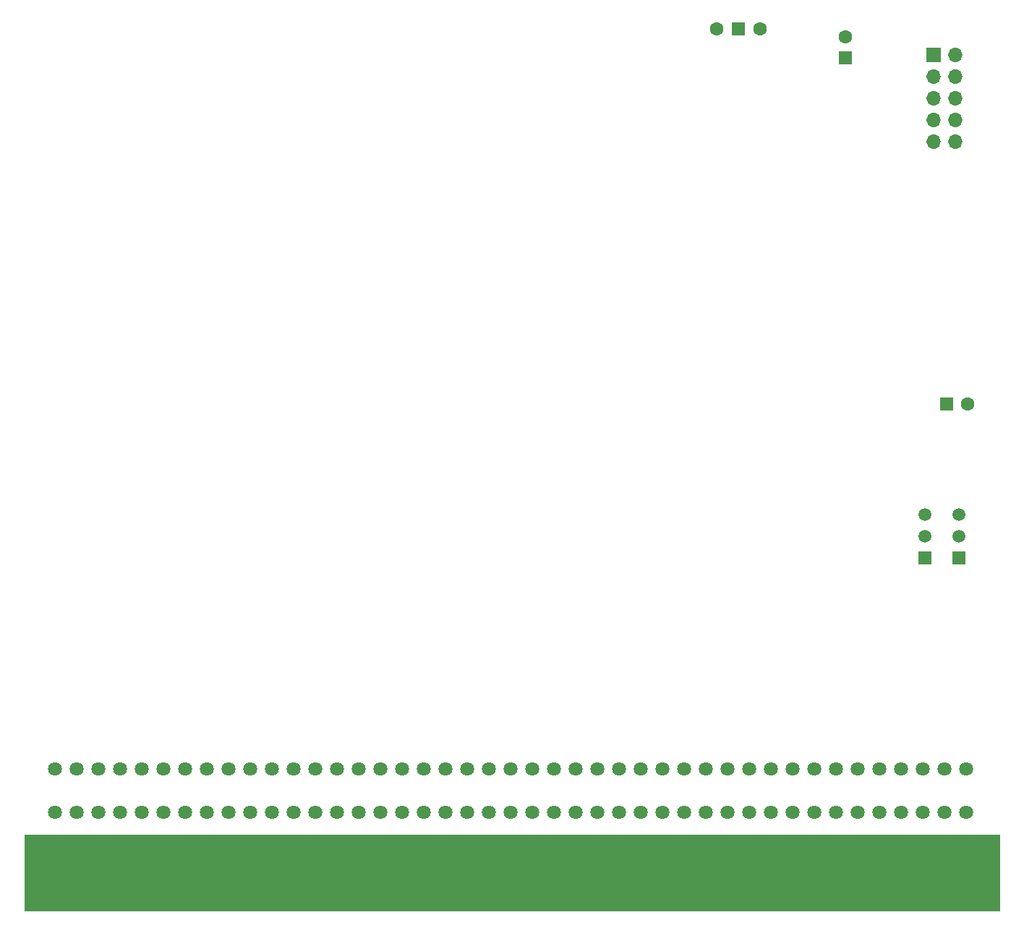
<source format=gbr>
%TF.GenerationSoftware,KiCad,Pcbnew,8.0.3*%
%TF.CreationDate,2025-02-02T19:27:09+01:00*%
%TF.ProjectId,BBARIII,42424152-4949-4492-9e6b-696361645f70,rev?*%
%TF.SameCoordinates,Original*%
%TF.FileFunction,Soldermask,Bot*%
%TF.FilePolarity,Negative*%
%FSLAX46Y46*%
G04 Gerber Fmt 4.6, Leading zero omitted, Abs format (unit mm)*
G04 Created by KiCad (PCBNEW 8.0.3) date 2025-02-02 19:27:09*
%MOMM*%
%LPD*%
G01*
G04 APERTURE LIST*
%ADD10C,0.100000*%
%ADD11R,1.500000X1.500000*%
%ADD12C,1.600000*%
%ADD13C,1.500000*%
%ADD14R,1.600000X1.600000*%
%ADD15R,1.524000X7.500000*%
%ADD16C,1.635000*%
%ADD17R,1.700000X1.700000*%
%ADD18O,1.700000X1.700000*%
G04 APERTURE END LIST*
D10*
%TO.C,CN2*%
X207100000Y-148810000D02*
X93020000Y-148810000D01*
X93020000Y-139920000D01*
X207100000Y-139920000D01*
X207100000Y-148810000D01*
G36*
X207100000Y-148810000D02*
G01*
X93020000Y-148810000D01*
X93020000Y-139920000D01*
X207100000Y-139920000D01*
X207100000Y-148810000D01*
G37*
%TD*%
D11*
%TO.C,SW1*%
X176525000Y-45530000D03*
D12*
X173985000Y-45530000D03*
X179065000Y-45530000D03*
%TD*%
D11*
%TO.C,Q2*%
X202390000Y-107545000D03*
D13*
X202390000Y-105005000D03*
X202390000Y-102465000D03*
%TD*%
D14*
%TO.C,C1*%
X189115000Y-48960113D03*
D12*
X189115000Y-46460113D03*
%TD*%
D11*
%TO.C,Q1*%
X198365000Y-107545000D03*
D13*
X198365000Y-105005000D03*
X198365000Y-102465000D03*
%TD*%
D15*
%TO.C,CN2*%
X203290000Y-143730000D03*
X200750000Y-143730000D03*
X198210000Y-143730000D03*
X195670000Y-143730000D03*
X193130000Y-143730000D03*
X190590000Y-143730000D03*
X188050000Y-143730000D03*
X185510000Y-143730000D03*
X182970000Y-143730000D03*
X180430000Y-143730000D03*
X177890000Y-143730000D03*
X175350000Y-143730000D03*
X172810000Y-143730000D03*
X170270000Y-143730000D03*
X167730000Y-143730000D03*
X165190000Y-143730000D03*
X162650000Y-143730000D03*
X160110000Y-143730000D03*
X157570000Y-143730000D03*
X155030000Y-143730000D03*
X152490000Y-143730000D03*
X149950000Y-143730000D03*
X147410000Y-143730000D03*
X144870000Y-143730000D03*
X142330000Y-143730000D03*
X139790000Y-143730000D03*
X137250000Y-143730000D03*
X134710000Y-143730000D03*
X132170000Y-143730000D03*
X129630000Y-143730000D03*
X127090000Y-143730000D03*
X124550000Y-143730000D03*
X122010000Y-143730000D03*
X119470000Y-143730000D03*
X116930000Y-143730000D03*
X114390000Y-143730000D03*
X111850000Y-143730000D03*
X109310000Y-143730000D03*
X106770000Y-143730000D03*
X104230000Y-143730000D03*
X101690000Y-143730000D03*
X99150000Y-143730000D03*
X96610000Y-143730000D03*
%TD*%
D16*
%TO.C,CN1*%
X203260000Y-132270000D03*
X203260000Y-137350000D03*
X200720000Y-132270000D03*
X200720000Y-137350000D03*
X198180000Y-132270000D03*
X198180000Y-137350000D03*
X195640000Y-132270000D03*
X195640000Y-137350000D03*
X193100000Y-132270000D03*
X193100000Y-137350000D03*
X190560000Y-132270000D03*
X190560000Y-137350000D03*
X188020000Y-132270000D03*
X188020000Y-137350000D03*
X185480000Y-132270000D03*
X185480000Y-137350000D03*
X182940000Y-132270000D03*
X182940000Y-137350000D03*
X180400000Y-132270000D03*
X180400000Y-137350000D03*
X177860000Y-132270000D03*
X177860000Y-137350000D03*
X175320000Y-132270000D03*
X175320000Y-137350000D03*
X172780000Y-132270000D03*
X172780000Y-137350000D03*
X170240000Y-132270000D03*
X170240000Y-137350000D03*
X167700000Y-132270000D03*
X167700000Y-137350000D03*
X165160000Y-132270000D03*
X165160000Y-137350000D03*
X162620000Y-132270000D03*
X162620000Y-137350000D03*
X160080000Y-132270000D03*
X160080000Y-137350000D03*
X157540000Y-132270000D03*
X157540000Y-137350000D03*
X155000000Y-132270000D03*
X155000000Y-137350000D03*
X152460000Y-132270000D03*
X152460000Y-137350000D03*
X149920000Y-132270000D03*
X149920000Y-137350000D03*
X147380000Y-132270000D03*
X147380000Y-137350000D03*
X144840000Y-132270000D03*
X144840000Y-137350000D03*
X142300000Y-132270000D03*
X142300000Y-137350000D03*
X139760000Y-132270000D03*
X139760000Y-137350000D03*
X137220000Y-132270000D03*
X137220000Y-137350000D03*
X134680000Y-132270000D03*
X134680000Y-137350000D03*
X132140000Y-132270000D03*
X132140000Y-137350000D03*
X129600000Y-132270000D03*
X129600000Y-137350000D03*
X127060000Y-132270000D03*
X127060000Y-137350000D03*
X124520000Y-132270000D03*
X124520000Y-137350000D03*
X121980000Y-132270000D03*
X121980000Y-137350000D03*
X119440000Y-132270000D03*
X119440000Y-137350000D03*
X116900000Y-132270000D03*
X116900000Y-137350000D03*
X114360000Y-132270000D03*
X114360000Y-137350000D03*
X111820000Y-132270000D03*
X111820000Y-137350000D03*
X109280000Y-132270000D03*
X109280000Y-137350000D03*
X106740000Y-132270000D03*
X106740000Y-137350000D03*
X104200000Y-132270000D03*
X104200000Y-137350000D03*
X101660000Y-132270000D03*
X101660000Y-137350000D03*
X99120000Y-132270000D03*
X99120000Y-137350000D03*
X96580000Y-132270000D03*
X96580000Y-137350000D03*
%TD*%
D14*
%TO.C,C6*%
X200904887Y-89505000D03*
D12*
X203404887Y-89505000D03*
%TD*%
D17*
%TO.C,J1*%
X199400000Y-48590000D03*
D18*
X201940000Y-48590000D03*
X199400000Y-51130000D03*
X201940000Y-51130000D03*
X199400000Y-53670000D03*
X201940000Y-53670000D03*
X199400000Y-56210000D03*
X201940000Y-56210000D03*
X199400000Y-58750000D03*
X201940000Y-58750000D03*
%TD*%
M02*

</source>
